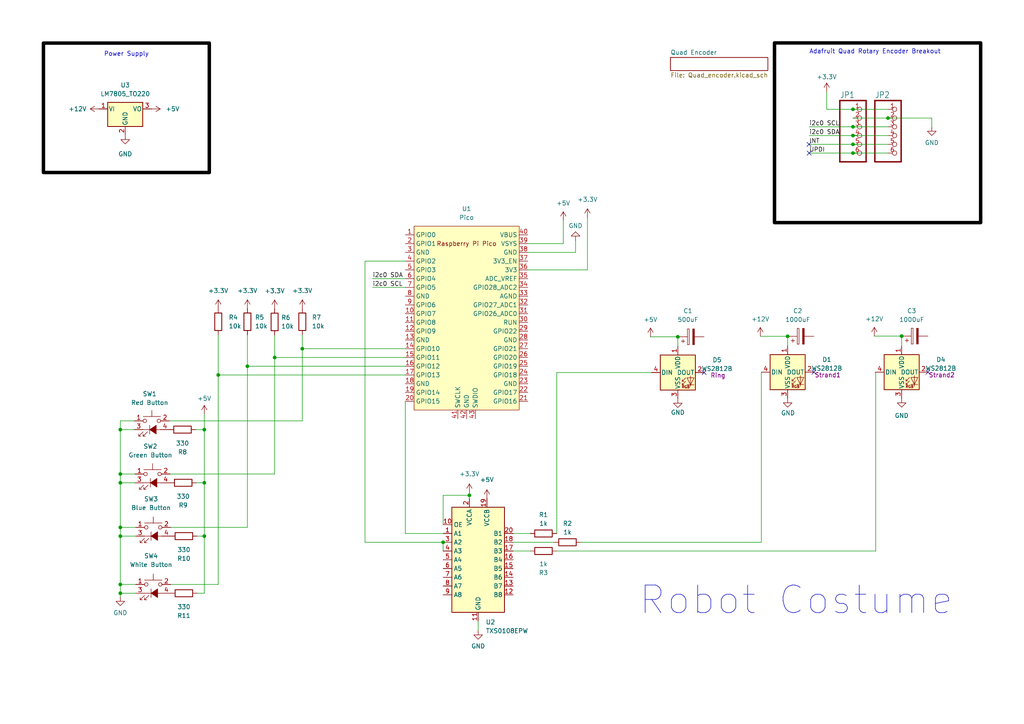
<source format=kicad_sch>
(kicad_sch (version 20230121) (generator eeschema)
  (paper "A4")
  (lib_symbols
    (symbol "Device:C_Polarized" (pin_numbers hide) (pin_names (offset 0.254))
      (property "Reference" "C" (at 0.635 2.54 0))
      (property "Value" "C_Polarized" (at 0.635 -2.54 0))
      (symbol "C_Polarized_0_1"
        (rectangle (start -2.286 0.508) (end 2.286 1.016))
        (polyline (pts (xy -1.778 2.286) (xy -0.762 2.286)))
        (polyline (pts (xy -1.27 2.794) (xy -1.27 1.778)))
        (rectangle (start 2.286 -0.508) (end -2.286 -1.016) (fill (type outline)))
      )
      (symbol "C_Polarized_1_1"
        (pin passive line (at 0 3.81 270) (length 2.794) (name "~") (number "1"))
        (pin passive line (at 0 -3.81 90) (length 2.794) (name "~") (number "2"))
      )
    )
    (symbol "Device:R" (pin_numbers hide) (pin_names (offset 0))
      (property "Reference" "R" (at 2.032 0 90))
      (property "Value" "R" (at 0 0 90))
      (symbol "R_0_1"
        (rectangle (start -1.016 -2.54) (end 1.016 2.54) (stroke (width 0.254)))
      )
      (symbol "R_1_1"
        (pin passive line (at 0 3.81 270) (length 1.27) (name "~") (number "1"))
        (pin passive line (at 0 -3.81 90) (length 1.27) (name "~") (number "2"))
      )
    )
    (symbol "LED:WS2812B" (pin_names (offset 0.254))
      (property "Reference" "D" (at 5.08 5.715 0))
      (property "Value" "WS2812B" (at 1.27 -5.715 0))
      (symbol "WS2812B_0_0"
        (text "RGB" (at 2.286 -4.191 0) (effects (font (size 0.762 0.762))))
      )
      (symbol "WS2812B_0_1"
        (polyline (pts (xy 1.27 -3.556) (xy 1.778 -3.556)))
        (polyline (pts (xy 1.27 -2.54) (xy 1.778 -2.54)))
        (polyline (pts (xy 4.699 -3.556) (xy 2.667 -3.556)))
        (polyline (pts (xy 2.286 -2.54) (xy 1.27 -3.556) (xy 1.27 -3.048)))
        (polyline (pts (xy 2.286 -1.524) (xy 1.27 -2.54) (xy 1.27 -2.032)))
        (polyline (pts (xy 3.683 -1.016) (xy 3.683 -3.556) (xy 3.683 -4.064)))
        (polyline (pts (xy 4.699 -1.524) (xy 2.667 -1.524) (xy 3.683 -3.556) (xy 4.699 -1.524)))
        (rectangle (start 5.08 5.08) (end -5.08 -5.08) (stroke (width 0.254)) (fill (type background)))
      )
      (symbol "WS2812B_1_1"
        (pin power_in line (at 0 7.62 270) (length 2.54) (name "VDD") (number "1"))
        (pin output line (at 7.62 0 180) (length 2.54) (name "DOUT") (number "2"))
        (pin power_in line (at 0 -7.62 90) (length 2.54) (name "VSS") (number "3"))
        (pin input line (at -7.62 0 0) (length 2.54) (name "DIN") (number "4"))
      )
    )
    (symbol "Logic_LevelTranslator:TXS0108EPW"
      (property "Reference" "U" (at -6.35 16.51 0))
      (property "Value" "TXS0108EPW" (at 3.81 16.51 0))
      (symbol "TXS0108EPW_0_1"
        (rectangle (start -7.62 15.24) (end 7.62 -15.24) (stroke (width 0.254)) (fill (type background)))
      )
      (symbol "TXS0108EPW_1_1"
        (pin bidirectional line (at -10.16 7.62 0) (length 2.54) (name "A1") (number "1"))
        (pin input line (at -10.16 10.16 0) (length 2.54) (name "OE") (number "10"))
        (pin power_in line (at 0 -17.78 90) (length 2.54) (name "GND") (number "11"))
        (pin bidirectional line (at 10.16 -10.16 180) (length 2.54) (name "B8") (number "12"))
        (pin bidirectional line (at 10.16 -7.62 180) (length 2.54) (name "B7") (number "13"))
        (pin bidirectional line (at 10.16 -5.08 180) (length 2.54) (name "B6") (number "14"))
        (pin bidirectional line (at 10.16 -2.54 180) (length 2.54) (name "B5") (number "15"))
        (pin bidirectional line (at 10.16 0 180) (length 2.54) (name "B4") (number "16"))
        (pin bidirectional line (at 10.16 2.54 180) (length 2.54) (name "B3") (number "17"))
        (pin bidirectional line (at 10.16 5.08 180) (length 2.54) (name "B2") (number "18"))
        (pin power_in line (at 2.54 17.78 270) (length 2.54) (name "VCCB") (number "19"))
        (pin power_in line (at -2.54 17.78 270) (length 2.54) (name "VCCA") (number "2"))
        (pin bidirectional line (at 10.16 7.62 180) (length 2.54) (name "B1") (number "20"))
        (pin bidirectional line (at -10.16 5.08 0) (length 2.54) (name "A2") (number "3"))
        (pin bidirectional line (at -10.16 2.54 0) (length 2.54) (name "A3") (number "4"))
        (pin bidirectional line (at -10.16 0 0) (length 2.54) (name "A4") (number "5"))
        (pin bidirectional line (at -10.16 -2.54 0) (length 2.54) (name "A5") (number "6"))
        (pin bidirectional line (at -10.16 -5.08 0) (length 2.54) (name "A6") (number "7"))
        (pin bidirectional line (at -10.16 -7.62 0) (length 2.54) (name "A7") (number "8"))
        (pin bidirectional line (at -10.16 -10.16 0) (length 2.54) (name "A8") (number "9"))
      )
    )
    (symbol "MCU_RaspberryPi_and_Boards:Pico"
      (property "Reference" "U" (at -13.97 27.94 0))
      (property "Value" "Pico" (at 0 19.05 0))
      (symbol "Pico_0_0"
        (text "Raspberry Pi Pico" (at 0 21.59 0) (effects (font (size 1.27 1.27))))
      )
      (symbol "Pico_0_1"
        (rectangle (start -15.24 26.67) (end 15.24 -26.67) (fill (type background)))
      )
      (symbol "Pico_1_1"
        (pin bidirectional line (at -17.78 24.13 0) (length 2.54) (name "GPIO0") (number "1"))
        (pin bidirectional line (at -17.78 1.27 0) (length 2.54) (name "GPIO7") (number "10"))
        (pin bidirectional line (at -17.78 -1.27 0) (length 2.54) (name "GPIO8") (number "11"))
        (pin bidirectional line (at -17.78 -3.81 0) (length 2.54) (name "GPIO9") (number "12"))
        (pin power_in line (at -17.78 -6.35 0) (length 2.54) (name "GND") (number "13"))
        (pin bidirectional line (at -17.78 -8.89 0) (length 2.54) (name "GPIO10") (number "14"))
        (pin bidirectional line (at -17.78 -11.43 0) (length 2.54) (name "GPIO11") (number "15"))
        (pin bidirectional line (at -17.78 -13.97 0) (length 2.54) (name "GPIO12") (number "16"))
        (pin bidirectional line (at -17.78 -16.51 0) (length 2.54) (name "GPIO13") (number "17"))
        (pin power_in line (at -17.78 -19.05 0) (length 2.54) (name "GND") (number "18"))
        (pin bidirectional line (at -17.78 -21.59 0) (length 2.54) (name "GPIO14") (number "19"))
        (pin bidirectional line (at -17.78 21.59 0) (length 2.54) (name "GPIO1") (number "2"))
        (pin bidirectional line (at -17.78 -24.13 0) (length 2.54) (name "GPIO15") (number "20"))
        (pin bidirectional line (at 17.78 -24.13 180) (length 2.54) (name "GPIO16") (number "21"))
        (pin bidirectional line (at 17.78 -21.59 180) (length 2.54) (name "GPIO17") (number "22"))
        (pin power_in line (at 17.78 -19.05 180) (length 2.54) (name "GND") (number "23"))
        (pin bidirectional line (at 17.78 -16.51 180) (length 2.54) (name "GPIO18") (number "24"))
        (pin bidirectional line (at 17.78 -13.97 180) (length 2.54) (name "GPIO19") (number "25"))
        (pin bidirectional line (at 17.78 -11.43 180) (length 2.54) (name "GPIO20") (number "26"))
        (pin bidirectional line (at 17.78 -8.89 180) (length 2.54) (name "GPIO21") (number "27"))
        (pin power_in line (at 17.78 -6.35 180) (length 2.54) (name "GND") (number "28"))
        (pin bidirectional line (at 17.78 -3.81 180) (length 2.54) (name "GPIO22") (number "29"))
        (pin power_in line (at -17.78 19.05 0) (length 2.54) (name "GND") (number "3"))
        (pin input line (at 17.78 -1.27 180) (length 2.54) (name "RUN") (number "30"))
        (pin bidirectional line (at 17.78 1.27 180) (length 2.54) (name "GPIO26_ADC0") (number "31"))
        (pin bidirectional line (at 17.78 3.81 180) (length 2.54) (name "GPIO27_ADC1") (number "32"))
        (pin power_in line (at 17.78 6.35 180) (length 2.54) (name "AGND") (number "33"))
        (pin bidirectional line (at 17.78 8.89 180) (length 2.54) (name "GPIO28_ADC2") (number "34"))
        (pin power_in line (at 17.78 11.43 180) (length 2.54) (name "ADC_VREF") (number "35"))
        (pin power_in line (at 17.78 13.97 180) (length 2.54) (name "3V3") (number "36"))
        (pin input line (at 17.78 16.51 180) (length 2.54) (name "3V3_EN") (number "37"))
        (pin bidirectional line (at 17.78 19.05 180) (length 2.54) (name "GND") (number "38"))
        (pin power_in line (at 17.78 21.59 180) (length 2.54) (name "VSYS") (number "39"))
        (pin bidirectional line (at -17.78 16.51 0) (length 2.54) (name "GPIO2") (number "4"))
        (pin power_in line (at 17.78 24.13 180) (length 2.54) (name "VBUS") (number "40"))
        (pin input line (at -2.54 -29.21 90) (length 2.54) (name "SWCLK") (number "41"))
        (pin power_in line (at 0 -29.21 90) (length 2.54) (name "GND") (number "42"))
        (pin bidirectional line (at 2.54 -29.21 90) (length 2.54) (name "SWDIO") (number "43"))
        (pin bidirectional line (at -17.78 13.97 0) (length 2.54) (name "GPIO3") (number "5"))
        (pin bidirectional line (at -17.78 11.43 0) (length 2.54) (name "GPIO4") (number "6"))
        (pin bidirectional line (at -17.78 8.89 0) (length 2.54) (name "GPIO5") (number "7"))
        (pin power_in line (at -17.78 6.35 0) (length 2.54) (name "GND") (number "8"))
        (pin bidirectional line (at -17.78 3.81 0) (length 2.54) (name "GPIO6") (number "9"))
      )
    )
    (symbol "Regulator_Linear:LM7805_TO220" (pin_names (offset 0.254))
      (property "Reference" "U" (at -3.81 3.175 0))
      (property "Value" "LM7805_TO220" (at 0 3.175 0))
      (symbol "LM7805_TO220_0_1"
        (rectangle (start -5.08 1.905) (end 5.08 -5.08) (stroke (width 0.254)) (fill (type background)))
      )
      (symbol "LM7805_TO220_1_1"
        (pin power_in line (at -7.62 0 0) (length 2.54) (name "VI") (number "1"))
        (pin power_in line (at 0 -7.62 90) (length 2.54) (name "GND") (number "2"))
        (pin power_out line (at 7.62 0 180) (length 2.54) (name "VO") (number "3"))
      )
    )
    (symbol "Switch:SW_Push_LED" (pin_names (offset 1.016) hide)
      (property "Reference" "SW" (at 0.635 5.715 0))
      (property "Value" "SW_Push_LED" (at 0 -3.175 0))
      (symbol "SW_Push_LED_0_0"
        (polyline (pts (xy -3.81 -1.905) (xy -2.54 -0.635)))
        (polyline (pts (xy -2.54 -1.905) (xy -1.27 -0.635)))
        (polyline (pts (xy -2.54 0) (xy 2.54 0)))
        (polyline (pts (xy -0.635 1.27) (xy -0.635 -1.27)))
        (polyline (pts (xy -3.81 -1.27) (xy -3.81 -1.905) (xy -3.175 -1.905)))
        (polyline (pts (xy -2.54 -1.27) (xy -2.54 -1.905) (xy -1.905 -1.905)))
        (polyline (pts (xy -0.635 0) (xy 1.27 1.27) (xy 1.27 -1.27) (xy -0.635 0)) (fill (type outline)))
      )
      (symbol "SW_Push_LED_0_1"
        (circle (center -2.032 2.54) (radius 0.508))
        (polyline (pts (xy 0 3.81) (xy 0 5.588)))
        (polyline (pts (xy 2.54 3.81) (xy -2.54 3.81)))
        (circle (center 2.032 2.54) (radius 0.508))
        (pin passive line (at -5.08 2.54 0) (length 2.54) (name "1") (number "1"))
        (pin passive line (at 5.08 2.54 180) (length 2.54) (name "2") (number "2"))
        (pin passive line (at -5.08 0 0) (length 2.54) (name "K") (number "3"))
        (pin passive line (at 5.08 0 180) (length 2.54) (name "A") (number "4"))
      )
    )
    (symbol "Untitled-eagle-import:HEADER-1X670MIL"
      (property "Reference" "JP" (at -6.35 10.795 0))
      (symbol "HEADER-1X670MIL_1_0"
        (polyline (pts (xy -6.35 -7.62) (xy 1.27 -7.62)) (stroke (width 0.4064)))
        (polyline (pts (xy -6.35 10.16) (xy -6.35 -7.62)) (stroke (width 0.4064)))
        (polyline (pts (xy 1.27 -7.62) (xy 1.27 10.16)) (stroke (width 0.4064)))
        (polyline (pts (xy 1.27 10.16) (xy -6.35 10.16)) (stroke (width 0.4064)))
        (pin passive inverted (at -2.54 7.62 0) (length 2.54) (name "1") (number "1"))
        (pin passive inverted (at -2.54 5.08 0) (length 2.54) (name "2") (number "2"))
        (pin passive inverted (at -2.54 2.54 0) (length 2.54) (name "3") (number "3"))
        (pin passive inverted (at -2.54 0 0) (length 2.54) (name "4") (number "4"))
        (pin passive inverted (at -2.54 -2.54 0) (length 2.54) (name "5") (number "5"))
        (pin passive inverted (at -2.54 -5.08 0) (length 2.54) (name "6") (number "6"))
      )
    )
    (symbol "power:+12V" (power) (pin_names (offset 0))
      (property "Value" "+12V" (at 0 3.556 0))
      (symbol "+12V_0_1"
        (polyline (pts (xy -0.762 1.27) (xy 0 2.54)))
        (polyline (pts (xy 0 0) (xy 0 2.54)))
        (polyline (pts (xy 0 2.54) (xy 0.762 1.27)))
      )
      (symbol "+12V_1_1"
        (pin power_in line (at 0 0 90) (length 0) hide (name "+12V") (number "1"))
      )
    )
    (symbol "power:+3.3V" (power) (pin_names (offset 0))
      (property "Value" "+3.3V" (at 0 3.556 0))
      (symbol "+3.3V_0_1"
        (polyline (pts (xy -0.762 1.27) (xy 0 2.54)))
        (polyline (pts (xy 0 0) (xy 0 2.54)))
        (polyline (pts (xy 0 2.54) (xy 0.762 1.27)))
      )
      (symbol "+3.3V_1_1"
        (pin power_in line (at 0 0 90) (length 0) hide (name "+3.3V") (number "1"))
      )
    )
    (symbol "power:+5V" (power) (pin_names (offset 0))
      (property "Value" "+5V" (at 0 3.556 0))
      (symbol "+5V_0_1"
        (polyline (pts (xy -0.762 1.27) (xy 0 2.54)))
        (polyline (pts (xy 0 0) (xy 0 2.54)))
        (polyline (pts (xy 0 2.54) (xy 0.762 1.27)))
      )
      (symbol "+5V_1_1"
        (pin power_in line (at 0 0 90) (length 0) hide (name "+5V") (number "1"))
      )
    )
    (symbol "power:GND" (power) (pin_names (offset 0))
      (property "Value" "GND" (at 0 -3.81 0))
      (symbol "GND_0_1"
        (polyline (pts (xy 0 0) (xy 0 -1.27) (xy 1.27 -1.27) (xy 0 -2.54) (xy -1.27 -1.27) (xy 0 -1.27)))
      )
      (symbol "GND_1_1"
        (pin power_in line (at 0 0 270) (length 0) hide (name "GND") (number "1"))
      )
    )
  )
  (junction (at 59.2582 140.0302))
  (junction (at 34.8996 169.5196))
  (junction (at 247.396 36.7792))
  (junction (at 196.596 97.6884))
  (junction (at 34.8996 152.9588))
  (junction (at 59.2582 124.6124))
  (junction (at 247.396 44.3992))
  (junction (at 63.2968 108.7628))
  (junction (at 59.2582 155.4988))
  (junction (at 128.524 157.2768))
  (junction (at 34.8996 124.6124))
  (junction (at 34.8996 137.4902))
  (junction (at 247.396 39.3192))
  (junction (at 34.8996 172.0596))
  (junction (at 261.5184 97.4852))
  (junction (at 247.396 31.6992))
  (junction (at 257.556 34.2392))
  (junction (at 87.6808 101.1428))
  (junction (at 79.6544 103.6828))
  (junction (at 71.755 106.2228))
  (junction (at 228.4476 97.536))
  (junction (at 136.144 143.6624))
  (junction (at 34.8996 140.0302))
  (junction (at 34.8996 155.4988))
  (junction (at 247.396 41.8592))
  (no_connect (at 234.6452 41.8592))
  (no_connect (at 236.0676 107.95))
  (no_connect (at 269.1384 107.95))
  (no_connect (at 204.216 108.0516))
  (no_connect (at 234.696 44.3992))
  (wire (pts (xy 49.3268 137.4902) (xy 79.6544 137.4902)))
  (wire (pts (xy 128.524 143.6624) (xy 136.144 143.6624)))
  (wire (pts (xy 57.15 172.0596) (xy 59.2582 172.0596)))
  (wire (pts (xy 138.684 180.1368) (xy 138.684 182.88)))
  (wire (pts (xy 220.8276 107.95) (xy 220.8276 157.2768)))
  (wire (pts (xy 261.5184 97.4852) (xy 261.5184 100.33)))
  (wire (pts (xy 71.755 97.1296) (xy 71.755 106.2228)))
  (wire (pts (xy 161.4424 159.8168) (xy 254 159.8168)))
  (wire (pts (xy 136.144 143.6624) (xy 136.144 144.5768)))
  (wire (pts (xy 34.8996 122.0724) (xy 34.8996 124.6124)))
  (wire (pts (xy 163.3728 70.6628) (xy 163.3728 63.9572)))
  (wire (pts (xy 34.8996 122.0724) (xy 38.9636 122.0724)))
  (wire (pts (xy 148.844 159.8168) (xy 153.8224 159.8168)))
  (wire (pts (xy 247.396 39.3192) (xy 234.696 39.3192)) (stroke (width 0.1524)))
  (wire (pts (xy 257.556 44.3992) (xy 247.396 44.3992)) (stroke (width 0.1524)))
  (wire (pts (xy 257.556 34.2392) (xy 270.256 34.2392)) (stroke (width 0.1524)))
  (wire (pts (xy 148.844 154.7368) (xy 153.8224 154.7368)))
  (wire (pts (xy 161.4932 154.7368) (xy 161.4932 108.0516)))
  (wire (pts (xy 87.6808 101.1428) (xy 117.5512 101.1428)))
  (wire (pts (xy 247.396 44.3992) (xy 234.696 44.3992)) (stroke (width 0.1524)))
  (wire (pts (xy 188.6712 97.6884) (xy 196.596 97.6884)))
  (wire (pts (xy 247.396 31.6992) (xy 239.776 31.6992)) (stroke (width 0.1524)))
  (wire (pts (xy 254 107.95) (xy 254 159.8168)))
  (wire (pts (xy 34.8996 140.0302) (xy 34.8996 152.9588)))
  (wire (pts (xy 196.596 97.6884) (xy 196.596 100.4316)))
  (wire (pts (xy 128.524 157.2768) (xy 128.524 159.8168)))
  (wire (pts (xy 49.53 169.5196) (xy 63.2968 169.5196)))
  (wire (pts (xy 59.2582 124.6124) (xy 59.2582 140.0302)))
  (wire (pts (xy 161.4932 108.0516) (xy 188.976 108.0516)))
  (wire (pts (xy 71.755 106.2228) (xy 71.755 152.9588)))
  (wire (pts (xy 117.5512 103.6828) (xy 79.6544 103.6828)))
  (wire (pts (xy 87.6808 101.1428) (xy 87.6808 122.0724)))
  (wire (pts (xy 247.396 36.7792) (xy 234.696 36.7792)) (stroke (width 0.1524)))
  (wire (pts (xy 257.556 39.3192) (xy 247.396 39.3192)) (stroke (width 0.1524)))
  (wire (pts (xy 34.8996 124.6124) (xy 38.9636 124.6124)))
  (wire (pts (xy 63.2968 169.5196) (xy 63.2968 108.7628)))
  (wire (pts (xy 59.2582 120.142) (xy 59.2582 124.6124)))
  (wire (pts (xy 108.0516 83.3628) (xy 117.5512 83.3628)))
  (wire (pts (xy 170.3832 63.0936) (xy 170.3832 78.2828)))
  (wire (pts (xy 59.2582 140.0302) (xy 59.2582 155.4988)))
  (wire (pts (xy 87.6808 97.1296) (xy 87.6808 101.1428)))
  (wire (pts (xy 257.556 34.2392) (xy 247.396 34.2392)) (stroke (width 0.1524)))
  (wire (pts (xy 257.556 41.8592) (xy 247.396 41.8592)) (stroke (width 0.1524)))
  (wire (pts (xy 34.8996 152.9588) (xy 34.8996 155.4988)))
  (wire (pts (xy 79.6544 137.4902) (xy 79.6544 103.6828)))
  (wire (pts (xy 49.53 152.9588) (xy 71.755 152.9588)))
  (wire (pts (xy 117.5512 106.2228) (xy 71.755 106.2228)))
  (wire (pts (xy 220.5228 97.536) (xy 228.4476 97.536)))
  (wire (pts (xy 57.15 155.4988) (xy 59.2582 155.4988)))
  (wire (pts (xy 34.8996 140.0302) (xy 39.1668 140.0302)))
  (wire (pts (xy 117.5512 75.7428) (xy 105.8672 75.7428)))
  (wire (pts (xy 168.402 157.2768) (xy 220.8276 157.2768)))
  (wire (pts (xy 34.8996 137.4902) (xy 34.8996 140.0302)))
  (wire (pts (xy 270.256 34.2392) (xy 270.256 36.7792)) (stroke (width 0.1524)))
  (wire (pts (xy 148.844 157.2768) (xy 160.782 157.2768)))
  (wire (pts (xy 56.7436 124.6124) (xy 59.2582 124.6124)))
  (wire (pts (xy 136.144 142.9004) (xy 136.144 143.6624)))
  (wire (pts (xy 34.8996 155.4988) (xy 39.37 155.4988)))
  (wire (pts (xy 34.8996 137.4902) (xy 39.1668 137.4902)))
  (wire (pts (xy 105.8672 157.2768) (xy 128.524 157.2768)))
  (wire (pts (xy 34.8996 172.0596) (xy 39.37 172.0596)))
  (wire (pts (xy 63.2968 108.7628) (xy 63.2968 97.1296)))
  (wire (pts (xy 257.556 31.6992) (xy 247.396 31.6992)) (stroke (width 0.1524)))
  (wire (pts (xy 257.556 36.7792) (xy 247.396 36.7792)) (stroke (width 0.1524)))
  (wire (pts (xy 228.4476 97.536) (xy 228.4476 100.33)))
  (wire (pts (xy 79.6544 103.6828) (xy 79.6544 97.1804)))
  (wire (pts (xy 166.9288 69.7484) (xy 166.9288 73.2028)))
  (wire (pts (xy 105.8672 75.7428) (xy 105.8672 157.2768)))
  (wire (pts (xy 247.396 41.8592) (xy 234.696 41.8592)) (stroke (width 0.1524)))
  (wire (pts (xy 108.0516 80.8228) (xy 117.5512 80.8228)))
  (wire (pts (xy 254 107.95) (xy 253.8984 107.95)))
  (wire (pts (xy 153.1112 78.2828) (xy 170.3832 78.2828)))
  (wire (pts (xy 253.5936 97.4852) (xy 261.5184 97.4852)))
  (wire (pts (xy 117.5512 154.7368) (xy 128.524 154.7368)))
  (wire (pts (xy 63.2968 108.7628) (xy 117.5258 108.7628)))
  (wire (pts (xy 34.8996 124.6124) (xy 34.8996 137.4902)))
  (wire (pts (xy 128.524 152.1968) (xy 128.524 143.6624)))
  (wire (pts (xy 34.8996 152.9588) (xy 39.37 152.9588)))
  (wire (pts (xy 161.4424 154.7368) (xy 161.4932 154.7368)))
  (wire (pts (xy 153.1112 73.2028) (xy 166.9288 73.2028)))
  (wire (pts (xy 34.8996 169.5196) (xy 34.8996 172.0596)))
  (wire (pts (xy 87.6808 122.0724) (xy 49.1236 122.0724)))
  (wire (pts (xy 117.5512 116.3828) (xy 117.5512 154.7368)))
  (wire (pts (xy 239.776 31.6992) (xy 239.776 26.6192)) (stroke (width 0.1524)))
  (wire (pts (xy 34.8996 155.4988) (xy 34.8996 169.5196)))
  (wire (pts (xy 153.1112 70.6628) (xy 163.3728 70.6628)))
  (wire (pts (xy 59.2582 155.4988) (xy 59.2582 172.0596)))
  (wire (pts (xy 34.8996 172.0596) (xy 34.8996 173.1264)))
  (wire (pts (xy 34.8996 169.5196) (xy 39.37 169.5196)))
  (wire (pts (xy 56.9468 140.0302) (xy 59.2582 140.0302)))
  (rectangle (start 224.6376 12.446) (end 284.4292 64.5668) (stroke (width 1) (color 0 0 0 1)))
  (rectangle (start 12.5984 12.4968) (end 60.706 50.038) (stroke (width 1) (color 0 0 0 1)))
  (text "Adafruit Quad Rotary Encoder Breakout" (at 234.696 15.7988 0) (effects (font (size 1.27 1.27)) (justify left bottom)))
  (text "Power Supply" (at 30.1244 16.51 0) (effects (font (size 1.27 1.27)) (justify left bottom)))
  (text "Robot Costume " (at 185.1152 178.9176 0) (effects (font (size 8 8)) (justify left bottom)))
  (label "i2c0 SCL" (at 234.696 36.7792 0))
  (label "i2c0 SDA" (at 108.0516 80.8228 0))
  (label "i2c0 SDA" (at 234.696 39.3192 0))
  (label "i2c0 SCL" (at 108.0516 83.3628 0))
  (label "UPDI" (at 234.696 44.3992 0) (effects (font (size 1.2446 1.2446))))
  (label "INT" (at 234.696 41.8592 0) (effects (font (size 1.2446 1.2446))))
  (symbol (lib_id "Untitled-eagle-import:HEADER-1X670MIL") (at 249.936 39.3192 0) (unit 1)
    (property "Reference" "JP1" (at 243.586 28.5242 0) (effects (font (size 1.778 1.5113)) (justify left bottom)))
    (property "Value" "HEADER-1X670MIL" (effects hide))
    (property "Footprint" "Untitled:1X06_ROUND_70" (effects hide))
  )
  (symbol (lib_id "power:+12V") (at 253.5936 97.4852 0) (unit 1)
    (property "Reference" "#PWR012" (effects hide))
    (property "Value" "+12V" (at 253.5936 92.5068 0))
  )
  (symbol (lib_id "power:GND") (at 138.684 182.88 0) (unit 1)
    (property "Reference" "#PWR05" (effects hide))
    (property "Value" "GND" (at 138.684 187.4012 0))
  )
  (symbol (lib_id "Device:C_Polarized") (at 232.2576 97.536 90) (unit 1)
    (property "Reference" "C2" (at 231.3686 90.17 90))
    (property "Value" "1000uF" (at 231.3686 92.71 90))
  )
  (symbol (lib_id "LED:WS2812B") (at 196.596 108.0516 0) (unit 1)
    (property "Reference" "D5" (at 207.9752 104.4037 0))
    (property "Value" "WS2812B" (at 207.9752 106.9437 0))
    (property "Footprint" "LED_SMD:LED_WS2812B_PLCC4_5.0x5.0mm_P3.2mm" (effects hide))
    (property "Datasheet" "https://cdn-shop.adafruit.com/datasheets/WS2812B.pdf" (effects hide))
    (property "Name" "Ring" (at 208.2292 108.8644 0))
  )
  (symbol (lib_id "power:GND") (at 270.256 36.7792 0) (unit 1)
    (property "Reference" "#PWR014" (effects hide))
    (property "Value" "GND" (at 270.256 41.402 0))
  )
  (symbol (lib_id "power:GND") (at 228.4476 115.57 0) (unit 1)
    (property "Reference" "#PWR08" (effects hide))
    (property "Value" "GND" (at 228.5492 119.7864 0))
  )
  (symbol (lib_id "power:+3.3V") (at 170.3832 63.0936 0) (unit 1)
    (property "Reference" "#PWR04" (effects hide))
    (property "Value" "+3.3V" (at 170.3832 57.8612 0))
  )
  (symbol (lib_id "Regulator_Linear:LM7805_TO220") (at 36.322 31.5976 0) (unit 1)
    (property "Reference" "U3" (at 36.322 24.6888 0))
    (property "Value" "LM7805_TO220" (at 36.322 27.2288 0))
    (property "Footprint" "Package_TO_SOT_THT:TO-220-3_Vertical" (effects hide))
    (property "Datasheet" "https://www.onsemi.cn/PowerSolutions/document/MC7800-D.PDF" (effects hide))
  )
  (symbol (lib_id "power:+3.3V") (at 71.755 89.5096 0) (unit 1)
    (property "Reference" "#PWR017" (effects hide))
    (property "Value" "+3.3V" (at 71.755 84.328 0))
  )
  (symbol (lib_id "power:+12V") (at 220.5228 97.536 0) (unit 1)
    (property "Reference" "#PWR011" (effects hide))
    (property "Value" "+12V" (at 220.5228 92.5576 0))
  )
  (symbol (lib_id "Switch:SW_Push_LED") (at 44.0436 124.6124 0) (unit 1)
    (property "Reference" "SW1" (at 43.4086 114.2492 0))
    (property "Value" "Red Button" (at 43.4086 116.7892 0))
  )
  (symbol (lib_id "Device:C_Polarized") (at 265.3284 97.4852 90) (unit 1)
    (property "Reference" "C3" (at 264.4394 90.17 90))
    (property "Value" "1000uF" (at 264.4394 92.71 90))
  )
  (symbol (lib_id "power:+3.3V") (at 63.2968 89.5096 0) (unit 1)
    (property "Reference" "#PWR016" (effects hide))
    (property "Value" "+3.3V" (at 63.2968 84.328 0))
  )
  (symbol (lib_id "Device:R") (at 63.2968 93.3196 0) (unit 1)
    (property "Reference" "R4" (at 66.3194 92.0496 0) (effects (justify left)))
    (property "Value" "10k" (at 66.3194 94.5896 0) (effects (justify left)))
  )
  (symbol (lib_id "power:+3.3V") (at 87.6808 89.5096 0) (unit 1)
    (property "Reference" "#PWR019" (effects hide))
    (property "Value" "+3.3V" (at 87.6808 84.328 0))
  )
  (symbol (lib_id "power:+5V") (at 43.942 31.5976 270) (unit 1)
    (property "Reference" "#PWR022" (effects hide))
    (property "Value" "+5V" (at 48.006 31.5976 90) (effects (justify left)))
  )
  (symbol (lib_id "power:GND") (at 36.322 39.2176 0) (unit 1)
    (property "Reference" "#PWR023" (effects hide))
    (property "Value" "GND" (at 36.322 44.6613 0))
  )
  (symbol (lib_id "power:+3.3V") (at 239.776 26.6192 0) (unit 1)
    (property "Reference" "#PWR013" (effects hide))
    (property "Value" "+3.3V" (at 239.776 22.3012 0))
  )
  (symbol (lib_id "power:+12V") (at 28.702 31.5976 90) (unit 1)
    (property "Reference" "#PWR021" (effects hide))
    (property "Value" "+12V" (at 25.146 31.5976 90) (effects (justify left)))
  )
  (symbol (lib_id "power:+5V") (at 59.2582 120.142 0) (unit 1)
    (property "Reference" "#PWR020" (effects hide))
    (property "Value" "+5V" (at 59.2582 115.57 0))
  )
  (symbol (lib_id "power:+5V") (at 141.224 144.5768 0) (unit 1)
    (property "Reference" "#PWR02" (effects hide))
    (property "Value" "+5V" (at 141.224 139.1412 0))
  )
  (symbol (lib_id "Device:C_Polarized") (at 200.406 97.6884 90) (unit 1)
    (property "Reference" "C1" (at 199.517 90.17 90))
    (property "Value" "500uF" (at 199.517 92.71 90))
  )
  (symbol (lib_id "Untitled-eagle-import:HEADER-1X670MIL") (at 260.096 39.3192 0) (unit 1)
    (property "Reference" "JP2" (at 253.746 28.5242 0) (effects (font (size 1.778 1.5113)) (justify left bottom)))
    (property "Value" "HEADER-1X670MIL" (effects hide))
    (property "Footprint" "Untitled:1X06_ROUND_70" (effects hide))
  )
  (symbol (lib_id "power:GND") (at 196.596 115.6716 0) (unit 1)
    (property "Reference" "#PWR07" (effects hide))
    (property "Value" "GND" (at 196.596 119.634 0))
  )
  (symbol (lib_id "Switch:SW_Push_LED") (at 44.45 155.4988 0) (unit 1)
    (property "Reference" "SW3" (at 43.815 144.7292 0))
    (property "Value" "Blue Button" (at 43.815 147.2692 0))
  )
  (symbol (lib_id "Device:R") (at 53.34 172.0596 270) (unit 1)
    (property "Reference" "R11" (at 53.34 178.562 90))
    (property "Value" "330" (at 53.34 176.022 90))
  )
  (symbol (lib_id "MCU_RaspberryPi_and_Boards:Pico") (at 135.3312 92.2528 0) (unit 1)
    (property "Reference" "U1" (at 135.3312 60.5536 0))
    (property "Value" "Pico" (at 135.3312 63.0936 0))
    (property "Footprint" "RPi_Pico:RPi_Pico_SMD_TH" (effects hide))
  )
  (symbol (lib_id "LED:WS2812B") (at 261.5184 107.95 0) (unit 1)
    (property "Reference" "D4" (at 272.8976 104.3021 0))
    (property "Value" "WS2812B" (at 272.8976 106.8421 0))
    (property "Footprint" "LED_SMD:LED_WS2812B_PLCC4_5.0x5.0mm_P3.2mm" (effects hide))
    (property "Datasheet" "https://cdn-shop.adafruit.com/datasheets/WS2812B.pdf" (effects hide))
    (property "Name" "Strand2" (at 273.1516 108.7628 0))
  )
  (symbol (lib_id "Logic_LevelTranslator:TXS0108EPW") (at 138.684 162.3568 0) (unit 1)
    (property "Reference" "U2" (at 140.8781 180.4416 0) (effects (justify left)))
    (property "Value" "TXS0108EPW" (at 140.8781 182.9816 0) (effects (justify left)))
    (property "Footprint" "Package_SO:TSSOP-20_4.4x6.5mm_P0.65mm" (effects hide))
    (property "Datasheet" "www.ti.com/lit/ds/symlink/txs0108e.pdf" (effects hide))
  )
  (symbol (lib_id "Device:R") (at 71.755 93.3196 0) (unit 1)
    (property "Reference" "R5" (at 73.9394 92.0496 0) (effects (justify left)))
    (property "Value" "10k" (at 73.9394 94.5896 0) (effects (justify left)))
  )
  (symbol (lib_id "Device:R") (at 164.592 157.2768 90) (unit 1)
    (property "Reference" "R2" (at 164.592 151.8412 90))
    (property "Value" "1k" (at 164.592 154.3812 90))
  )
  (symbol (lib_id "Device:R") (at 87.6808 93.3196 0) (unit 1)
    (property "Reference" "R7" (at 90.4494 92.0496 0) (effects (justify left)))
    (property "Value" "10k" (at 90.4494 94.5896 0) (effects (justify left)))
  )
  (symbol (lib_id "power:GND") (at 166.9288 69.7484 180) (unit 1)
    (property "Reference" "#PWR06" (effects hide))
    (property "Value" "GND" (at 166.9288 65.4812 0))
  )
  (symbol (lib_id "power:+3.3V") (at 136.144 142.9004 0) (unit 1)
    (property "Reference" "#PWR03" (effects hide))
    (property "Value" "+3.3V" (at 136.144 137.4648 0))
  )
  (symbol (lib_id "LED:WS2812B") (at 228.4476 107.95 0) (unit 1)
    (property "Reference" "D1" (at 239.8268 104.3021 0))
    (property "Value" "WS2812B" (at 239.8268 106.8421 0))
    (property "Footprint" "LED_SMD:LED_WS2812B_PLCC4_5.0x5.0mm_P3.2mm" (effects hide))
    (property "Datasheet" "https://cdn-shop.adafruit.com/datasheets/WS2812B.pdf" (effects hide))
    (property "Name" "Strand1" (at 240.0808 108.7628 0))
  )
  (symbol (lib_id "power:+5V") (at 163.3728 63.9572 0) (unit 1)
    (property "Reference" "#PWR01" (effects hide))
    (property "Value" "+5V" (at 163.3728 58.928 0))
  )
  (symbol (lib_id "power:GND") (at 34.8996 173.1264 0) (unit 1)
    (property "Reference" "#PWR015" (effects hide))
    (property "Value" "GND" (at 34.8996 177.7492 0))
  )
  (symbol (lib_id "Device:R") (at 79.6544 93.3704 0) (unit 1)
    (property "Reference" "R6" (at 81.5594 92.1004 0) (effects (justify left)))
    (property "Value" "10k" (at 81.5594 94.6404 0) (effects (justify left)))
  )
  (symbol (lib_id "Device:R") (at 53.1368 140.0302 270) (unit 1)
    (property "Reference" "R9" (at 53.1368 146.5326 90))
    (property "Value" "330" (at 53.1368 143.9926 90))
  )
  (symbol (lib_id "power:GND") (at 261.5184 115.57 0) (unit 1)
    (property "Reference" "#PWR09" (effects hide))
    (property "Value" "GND" (at 261.5184 120.5484 0))
  )
  (symbol (lib_id "Device:R") (at 52.9336 124.6124 270) (unit 1)
    (property "Reference" "R8" (at 52.9336 131.1148 90))
    (property "Value" "330" (at 52.9336 128.5748 90))
  )
  (symbol (lib_id "power:+3.3V") (at 79.6544 89.5604 0) (unit 1)
    (property "Reference" "#PWR018" (effects hide))
    (property "Value" "+3.3V" (at 79.6544 84.3788 0))
  )
  (symbol (lib_id "Switch:SW_Push_LED") (at 44.2468 140.0302 0) (unit 1)
    (property "Reference" "SW2" (at 43.6118 129.4638 0))
    (property "Value" "Green Button" (at 43.6118 132.0038 0))
  )
  (symbol (lib_id "Device:R") (at 53.34 155.4988 270) (unit 1)
    (property "Reference" "R10" (at 53.34 162.0012 90))
    (property "Value" "330" (at 53.34 159.4612 90))
  )
  (symbol (lib_id "Device:R") (at 157.6324 159.8168 270) (mirror x) (unit 1)
    (property "Reference" "R3" (at 157.6324 166.116 90))
    (property "Value" "1k" (at 157.6324 163.576 90))
  )
  (symbol (lib_id "power:+5V") (at 188.6712 97.6884 0) (unit 1)
    (property "Reference" "#PWR010" (effects hide))
    (property "Value" "+5V" (at 188.6712 92.71 0))
  )
  (symbol (lib_id "Switch:SW_Push_LED") (at 44.45 172.0596 0) (unit 1)
    (property "Reference" "SW4" (at 43.815 161.2392 0))
    (property "Value" "White Button" (at 43.815 163.7792 0))
  )
  (symbol (lib_id "Device:R") (at 157.6324 154.7368 90) (unit 1)
    (property "Reference" "R1" (at 157.6324 149.3012 90))
    (property "Value" "1k" (at 157.6324 151.8412 90))
  )
  (sheet (at 194.4624 16.6624) (size 28.2448 3.81) (stroke (width 0.1524))
    (property "Sheetname" "Quad Encoder" (at 194.4624 15.9508 0) (effects (justify left bottom)))
    (property "Sheetfile" "Quad_encoder.kicad_sch" (at 194.4624 21.057 0) (effects (justify left top)))
  )
)
</source>
